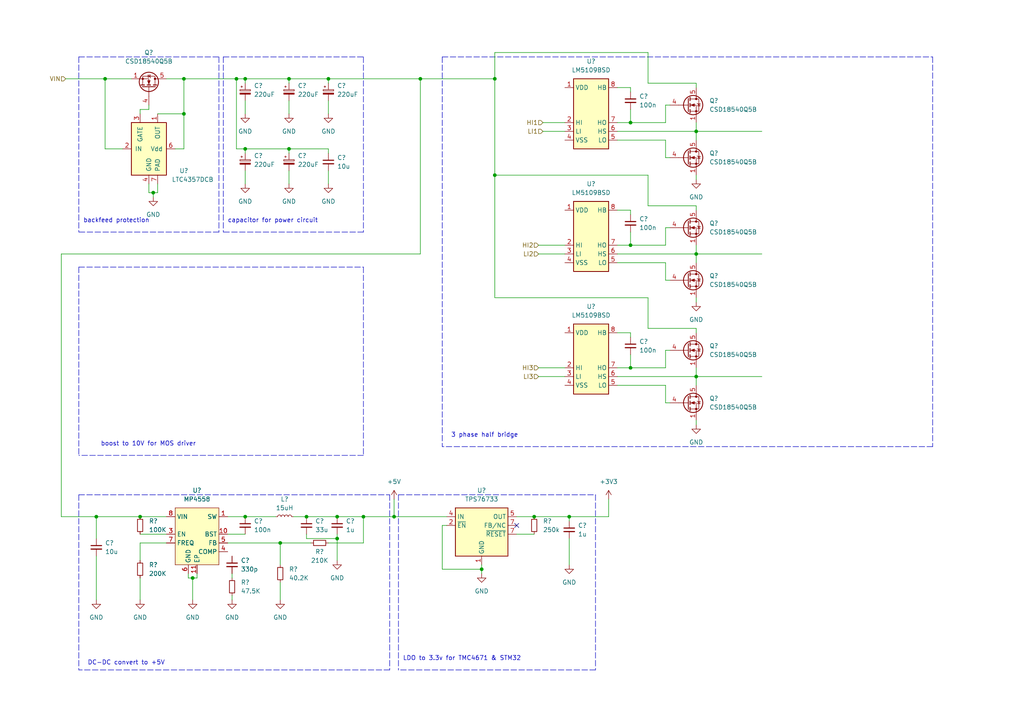
<source format=kicad_sch>
(kicad_sch (version 20211123) (generator eeschema)
  (paper "A4")
  (lib_symbols
    (symbol "Device:C_Polarized_Small" (pin_numbers hide) (pin_names (offset 0.254) hide)
      (property "Reference" "C" (at 0.254 1.778 0))
      (property "Value" "C_Polarized_Small" (at 0.254 -2.032 0))
      (symbol "C_Polarized_Small_0_1"
        (rectangle (start -1.524 -0.3048) (end 1.524 -0.6858) (fill (type outline)))
        (rectangle (start -1.524 0.6858) (end 1.524 0.3048))
        (polyline (pts (xy -1.27 1.524) (xy -0.762 1.524)))
        (polyline (pts (xy -1.016 1.27) (xy -1.016 1.778)))
      )
      (symbol "C_Polarized_Small_1_1"
        (pin passive line (at 0 2.54 270) (length 1.8542) (name "~") (number "1"))
        (pin passive line (at 0 -2.54 90) (length 1.8542) (name "~") (number "2"))
      )
    )
    (symbol "Device:C_Small" (pin_numbers hide) (pin_names (offset 0.254) hide)
      (property "Reference" "C" (at 0.254 1.778 0))
      (property "Value" "C_Small" (at 0.254 -2.032 0))
      (symbol "C_Small_0_1"
        (polyline (pts (xy -1.524 -0.508) (xy 1.524 -0.508)) (stroke (width 0.3302)))
        (polyline (pts (xy -1.524 0.508) (xy 1.524 0.508)) (stroke (width 0.3048)))
      )
      (symbol "C_Small_1_1"
        (pin passive line (at 0 2.54 270) (length 2.032) (name "~") (number "1"))
        (pin passive line (at 0 -2.54 90) (length 2.032) (name "~") (number "2"))
      )
    )
    (symbol "Device:L_Small" (pin_numbers hide) (pin_names (offset 0.254) hide)
      (property "Reference" "L" (at 0.762 1.016 0))
      (property "Value" "L_Small" (at 0.762 -1.016 0))
      (symbol "L_Small_0_1"
        (arc (start 0 -2.032) (mid 0.508 -1.524) (end 0 -1.016))
        (arc (start 0 -1.016) (mid 0.508 -0.508) (end 0 0))
        (arc (start 0 0) (mid 0.508 0.508) (end 0 1.016))
        (arc (start 0 1.016) (mid 0.508 1.524) (end 0 2.032))
      )
      (symbol "L_Small_1_1"
        (pin passive line (at 0 2.54 270) (length 0.508) (name "~") (number "1"))
        (pin passive line (at 0 -2.54 90) (length 0.508) (name "~") (number "2"))
      )
    )
    (symbol "Device:R_Small" (pin_numbers hide) (pin_names (offset 0.254) hide)
      (property "Reference" "R" (at 0.762 0.508 0))
      (property "Value" "R_Small" (at 0.762 -1.016 0))
      (symbol "R_Small_0_1"
        (rectangle (start -0.762 1.778) (end 0.762 -1.778) (stroke (width 0.2032)))
      )
      (symbol "R_Small_1_1"
        (pin passive line (at 0 2.54 270) (length 0.762) (name "~") (number "1"))
        (pin passive line (at 0 -2.54 90) (length 0.762) (name "~") (number "2"))
      )
    )
    (symbol "Driver_FET:LM5109BSD"
      (property "Reference" "U" (at 0 13.97 0))
      (property "Value" "LM5109BSD" (at 0 11.43 0))
      (symbol "LM5109BSD_0_1"
        (rectangle (start -5.08 -10.16) (end 5.08 10.16) (stroke (width 0.254)) (fill (type background)))
      )
      (symbol "LM5109BSD_1_1"
        (pin power_in line (at -7.62 7.62 0) (length 2.54) (name "VDD") (number "1"))
        (pin input line (at -7.62 -2.54 0) (length 2.54) (name "HI") (number "2"))
        (pin input line (at -7.62 -5.08 0) (length 2.54) (name "LI") (number "3"))
        (pin power_in line (at -7.62 -7.62 0) (length 2.54) (name "VSS") (number "4"))
        (pin output line (at 7.62 -7.62 180) (length 2.54) (name "LO") (number "5"))
        (pin passive line (at 7.62 -5.08 180) (length 2.54) (name "HS") (number "6"))
        (pin output line (at 7.62 -2.54 180) (length 2.54) (name "HO") (number "7"))
        (pin passive line (at 7.62 7.62 180) (length 2.54) (name "HB") (number "8"))
        (pin passive line (at -7.62 -7.62 0) (length 2.54) hide (name "VSS") (number "9"))
      )
    )
    (symbol "Power_Management:LTC4357DCB" (pin_names (offset 1.016))
      (property "Reference" "U" (at 6.35 6.35 0))
      (property "Value" "LTC4357DCB" (at 6.35 -6.35 0))
      (symbol "LTC4357DCB_0_1"
        (rectangle (start -5.08 7.62) (end 5.08 -7.62) (stroke (width 0.254)) (fill (type background)))
      )
      (symbol "LTC4357DCB_1_1"
        (pin input line (at 2.54 10.16 270) (length 2.54) (name "OUT") (number "1"))
        (pin input line (at -7.62 0 0) (length 2.54) (name "IN") (number "2"))
        (pin output line (at -2.54 10.16 270) (length 2.54) (name "GATE") (number "3"))
        (pin power_in line (at 0 -10.16 90) (length 2.54) (name "GND") (number "4"))
        (pin no_connect line (at -7.62 -2.54 0) (length 2.54) hide (name "NC") (number "5"))
        (pin power_in line (at 7.62 0 180) (length 2.54) (name "Vdd") (number "6"))
        (pin power_in line (at 2.54 -10.16 90) (length 2.54) (name "PAD") (number "7"))
      )
    )
    (symbol "Regulator_Linear:TPS76733"
      (property "Reference" "U" (at 0 0 0))
      (property "Value" "TPS76733" (at 0 0 0))
      (symbol "TPS76733_0_1"
        (rectangle (start -7.62 7.62) (end 7.62 -6.35) (stroke (width 0.254)) (fill (type background)))
      )
      (symbol "TPS76733_1_1"
        (pin power_in line (at 0 -8.89 90) (length 2.54) (name "GND") (number "1"))
        (pin input line (at -10.16 2.54 0) (length 2.54) (name "~{EN}") (number "2"))
        (pin power_in line (at -10.16 5.08 0) (length 2.54) hide (name "IN") (number "3"))
        (pin power_in line (at -10.16 5.08 0) (length 2.54) (name "IN") (number "4"))
        (pin power_out line (at 10.16 5.08 180) (length 2.54) (name "OUT") (number "5"))
        (pin power_out line (at 10.16 5.08 180) (length 2.54) hide (name "OUT") (number "6"))
        (pin input line (at 10.16 2.54 180) (length 2.54) (name "FB/NC") (number "7"))
        (pin input line (at 10.16 0 180) (length 2.54) (name "~{RESET}") (number "7"))
      )
    )
    (symbol "Regulator_Switching:MP4558"
      (property "Reference" "U" (at 0 0 0))
      (property "Value" "MP4558" (at 0 0 0))
      (symbol "MP4558_0_1"
        (rectangle (start -6.35 5.08) (end 6.35 -11.43) (fill (type background)))
      )
      (symbol "MP4558_1_1"
        (pin power_out line (at 8.89 2.54 180) (length 2.54) (name "SW") (number "1"))
        (pin input line (at 8.89 -2.54 180) (length 2.54) (name "BST") (number "10"))
        (pin input line (at 0 -13.97 90) (length 2.54) (name "EP") (number "11"))
        (pin power_out line (at 8.89 2.54 180) (length 2.54) hide (name "SW") (number "2"))
        (pin input line (at -8.89 -2.54 0) (length 2.54) (name "EN") (number "3"))
        (pin input line (at 8.89 -7.62 180) (length 2.54) (name "COMP") (number "4"))
        (pin input line (at 8.89 -5.08 180) (length 2.54) (name "FB") (number "5"))
        (pin input line (at -2.54 -13.97 90) (length 2.54) (name "GND") (number "6"))
        (pin input line (at -8.89 -5.08 0) (length 2.54) (name "FREQ") (number "7"))
        (pin power_in line (at -8.89 2.54 0) (length 2.54) (name "VIN") (number "8"))
        (pin power_in line (at -8.89 2.54 0) (length 2.54) hide (name "VIN") (number "9"))
      )
    )
    (symbol "Transistor_FET:CSD18540Q5B" (pin_names hide)
      (property "Reference" "Q" (at 5.08 1.905 0))
      (property "Value" "CSD18540Q5B" (at 5.08 0 0))
      (symbol "CSD18540Q5B_0_1"
        (polyline (pts (xy 0.254 0) (xy -2.54 0)))
        (polyline (pts (xy 0.254 1.905) (xy 0.254 -1.905)) (stroke (width 0.254)))
        (polyline (pts (xy 0.762 -1.27) (xy 0.762 -2.286)) (stroke (width 0.254)))
        (polyline (pts (xy 0.762 0.508) (xy 0.762 -0.508)) (stroke (width 0.254)))
        (polyline (pts (xy 0.762 2.286) (xy 0.762 1.27)) (stroke (width 0.254)))
        (polyline (pts (xy 2.54 2.54) (xy 2.54 1.778)))
        (polyline (pts (xy 2.54 -2.54) (xy 2.54 0) (xy 0.762 0)))
        (polyline (pts (xy 0.762 -1.778) (xy 3.302 -1.778) (xy 3.302 1.778) (xy 0.762 1.778)))
        (polyline (pts (xy 1.016 0) (xy 2.032 0.381) (xy 2.032 -0.381) (xy 1.016 0)) (fill (type outline)))
        (polyline (pts (xy 2.794 0.508) (xy 2.921 0.381) (xy 3.683 0.381) (xy 3.81 0.254)))
        (polyline (pts (xy 3.302 0.381) (xy 2.921 -0.254) (xy 3.683 -0.254) (xy 3.302 0.381)))
        (circle (center 1.651 0) (radius 2.794) (stroke (width 0.254)))
        (circle (center 2.54 -1.778) (radius 0.254) (fill (type outline)))
        (circle (center 2.54 1.778) (radius 0.254) (fill (type outline)))
      )
      (symbol "CSD18540Q5B_1_1"
        (pin passive line (at 2.54 -5.08 90) (length 2.54) (name "S") (number "1"))
        (pin passive line (at 2.54 -5.08 90) (length 2.54) hide (name "S") (number "2"))
        (pin passive line (at 2.54 -5.08 90) (length 2.54) hide (name "S") (number "3"))
        (pin passive line (at -5.08 0 0) (length 2.54) (name "G") (number "4"))
        (pin passive line (at 2.54 5.08 270) (length 2.54) (name "D") (number "5"))
      )
    )
    (symbol "power:+3V3" (power) (pin_names (offset 0))
      (property "Value" "+3V3" (at 0 3.556 0))
      (symbol "+3V3_0_1"
        (polyline (pts (xy -0.762 1.27) (xy 0 2.54)))
        (polyline (pts (xy 0 0) (xy 0 2.54)))
        (polyline (pts (xy 0 2.54) (xy 0.762 1.27)))
      )
      (symbol "+3V3_1_1"
        (pin power_in line (at 0 0 90) (length 0) hide (name "+3V3") (number "1"))
      )
    )
    (symbol "power:+5V" (power) (pin_names (offset 0))
      (property "Value" "+5V" (at 0 3.556 0))
      (symbol "+5V_0_1"
        (polyline (pts (xy -0.762 1.27) (xy 0 2.54)))
        (polyline (pts (xy 0 0) (xy 0 2.54)))
        (polyline (pts (xy 0 2.54) (xy 0.762 1.27)))
      )
      (symbol "+5V_1_1"
        (pin power_in line (at 0 0 90) (length 0) hide (name "+5V") (number "1"))
      )
    )
    (symbol "power:GND" (power) (pin_names (offset 0))
      (property "Value" "GND" (at 0 -3.81 0))
      (symbol "GND_0_1"
        (polyline (pts (xy 0 0) (xy 0 -1.27) (xy 1.27 -1.27) (xy 0 -2.54) (xy -1.27 -1.27) (xy 0 -1.27)))
      )
      (symbol "GND_1_1"
        (pin power_in line (at 0 0 270) (length 0) hide (name "GND") (number "1"))
      )
    )
  )
  (junction (at 139.7 165.1))
  (junction (at 165.1 149.86))
  (junction (at 121.92 22.86))
  (junction (at 97.79 156.21))
  (junction (at 83.82 22.86))
  (junction (at 27.94 149.86))
  (junction (at 97.79 149.86))
  (junction (at 71.12 149.86))
  (junction (at 53.34 33.02))
  (junction (at 83.82 43.18))
  (junction (at 201.93 109.22))
  (junction (at 143.51 50.8))
  (junction (at 68.58 22.86))
  (junction (at 182.88 71.12))
  (junction (at 88.9 149.86))
  (junction (at 81.28 157.48))
  (junction (at 30.48 22.86))
  (junction (at 95.25 22.86))
  (junction (at 154.94 149.86))
  (junction (at 53.34 22.86))
  (junction (at 40.64 149.86))
  (junction (at 182.88 106.68))
  (junction (at 201.93 38.1))
  (junction (at 114.3 149.86))
  (junction (at 71.12 43.18))
  (junction (at 182.88 35.56))
  (junction (at 143.51 22.86))
  (junction (at 55.88 167.64))
  (junction (at 44.45 55.88))
  (junction (at 105.41 149.86))
  (junction (at 201.93 73.66))
  (junction (at 71.12 22.86))
  (no_connect (at 149.86 152.4))
  (wire (pts (xy 121.92 22.86) (xy 143.51 22.86)))
  (wire (pts (xy 105.41 149.86) (xy 114.3 149.86)))
  (wire (pts (xy 97.79 149.86) (xy 105.41 149.86)))
  (polyline (pts (xy 105.41 132.08) (xy 22.86 132.08)))
  (wire (pts (xy 193.04 45.72) (xy 193.04 40.64)))
  (polyline (pts (xy 172.72 143.51) (xy 172.72 194.31)))
  (wire (pts (xy 201.93 109.22) (xy 220.98 109.22)))
  (wire (pts (xy 201.93 86.36) (xy 201.93 87.63)))
  (polyline (pts (xy 113.03 194.31) (xy 22.86 194.31)))
  (wire (pts (xy 105.41 157.48) (xy 95.25 157.48)))
  (polyline (pts (xy 105.41 16.51) (xy 105.41 67.31)))
  (wire (pts (xy 201.93 38.1) (xy 220.98 38.1)))
  (polyline (pts (xy 113.03 143.51) (xy 113.03 194.31)))
  (wire (pts (xy 43.18 30.48) (xy 43.18 31.75)))
  (wire (pts (xy 53.34 43.18) (xy 53.34 33.02)))
  (wire (pts (xy 193.04 101.6) (xy 194.31 101.6)))
  (wire (pts (xy 85.09 149.86) (xy 88.9 149.86)))
  (wire (pts (xy 201.93 35.56) (xy 201.93 38.1)))
  (wire (pts (xy 165.1 156.21) (xy 165.1 163.83)))
  (wire (pts (xy 88.9 154.94) (xy 88.9 156.21)))
  (wire (pts (xy 71.12 43.18) (xy 83.82 43.18)))
  (wire (pts (xy 88.9 149.86) (xy 97.79 149.86)))
  (wire (pts (xy 201.93 71.12) (xy 201.93 73.66)))
  (wire (pts (xy 129.54 152.4) (xy 128.27 152.4)))
  (wire (pts (xy 45.72 55.88) (xy 45.72 53.34)))
  (wire (pts (xy 17.78 73.66) (xy 17.78 149.86)))
  (wire (pts (xy 71.12 149.86) (xy 80.01 149.86)))
  (wire (pts (xy 19.05 22.86) (xy 30.48 22.86)))
  (wire (pts (xy 44.45 55.88) (xy 43.18 55.88)))
  (wire (pts (xy 83.82 22.86) (xy 83.82 24.13)))
  (wire (pts (xy 179.07 111.76) (xy 193.04 111.76)))
  (wire (pts (xy 67.31 172.72) (xy 67.31 173.99)))
  (wire (pts (xy 128.27 152.4) (xy 128.27 165.1)))
  (wire (pts (xy 201.93 50.8) (xy 201.93 52.07)))
  (wire (pts (xy 193.04 81.28) (xy 193.04 76.2)))
  (polyline (pts (xy 64.77 16.51) (xy 64.77 67.31)))
  (wire (pts (xy 66.04 157.48) (xy 81.28 157.48)))
  (polyline (pts (xy 22.86 143.51) (xy 22.86 194.31)))
  (wire (pts (xy 40.64 157.48) (xy 48.26 157.48)))
  (wire (pts (xy 97.79 156.21) (xy 97.79 162.56)))
  (wire (pts (xy 68.58 22.86) (xy 71.12 22.86)))
  (wire (pts (xy 182.88 71.12) (xy 182.88 67.31)))
  (wire (pts (xy 179.07 109.22) (xy 201.93 109.22)))
  (wire (pts (xy 193.04 116.84) (xy 194.31 116.84)))
  (wire (pts (xy 193.04 30.48) (xy 194.31 30.48)))
  (wire (pts (xy 193.04 116.84) (xy 193.04 111.76)))
  (wire (pts (xy 179.07 38.1) (xy 201.93 38.1)))
  (wire (pts (xy 201.93 96.52) (xy 201.93 95.25)))
  (wire (pts (xy 201.93 24.13) (xy 187.96 24.13)))
  (wire (pts (xy 71.12 43.18) (xy 71.12 44.45)))
  (wire (pts (xy 179.07 60.96) (xy 182.88 60.96)))
  (wire (pts (xy 81.28 157.48) (xy 90.17 157.48)))
  (wire (pts (xy 201.93 121.92) (xy 201.93 123.19)))
  (wire (pts (xy 201.93 109.22) (xy 201.93 111.76)))
  (wire (pts (xy 83.82 49.53) (xy 83.82 53.34)))
  (wire (pts (xy 193.04 106.68) (xy 182.88 106.68)))
  (wire (pts (xy 156.21 109.22) (xy 163.83 109.22)))
  (wire (pts (xy 121.92 22.86) (xy 121.92 73.66)))
  (wire (pts (xy 182.88 60.96) (xy 182.88 62.23)))
  (polyline (pts (xy 270.51 129.54) (xy 128.27 129.54)))
  (wire (pts (xy 193.04 101.6) (xy 193.04 106.68)))
  (wire (pts (xy 193.04 45.72) (xy 194.31 45.72)))
  (polyline (pts (xy 22.86 16.51) (xy 63.5 16.51)))
  (polyline (pts (xy 105.41 77.47) (xy 105.41 132.08)))
  (wire (pts (xy 201.93 106.68) (xy 201.93 109.22)))
  (wire (pts (xy 95.25 22.86) (xy 95.25 24.13)))
  (polyline (pts (xy 22.86 16.51) (xy 22.86 67.31)))
  (wire (pts (xy 182.88 96.52) (xy 182.88 97.79)))
  (wire (pts (xy 143.51 50.8) (xy 187.96 50.8)))
  (wire (pts (xy 81.28 157.48) (xy 81.28 163.83)))
  (wire (pts (xy 35.56 43.18) (xy 30.48 43.18)))
  (wire (pts (xy 44.45 57.15) (xy 44.45 55.88)))
  (wire (pts (xy 193.04 66.04) (xy 193.04 71.12)))
  (wire (pts (xy 71.12 22.86) (xy 83.82 22.86)))
  (wire (pts (xy 187.96 59.69) (xy 187.96 50.8)))
  (wire (pts (xy 40.64 149.86) (xy 48.26 149.86)))
  (wire (pts (xy 157.48 38.1) (xy 163.83 38.1)))
  (wire (pts (xy 88.9 156.21) (xy 97.79 156.21)))
  (polyline (pts (xy 63.5 16.51) (xy 63.5 67.31)))
  (wire (pts (xy 176.53 149.86) (xy 165.1 149.86)))
  (wire (pts (xy 71.12 49.53) (xy 71.12 53.34)))
  (wire (pts (xy 83.82 43.18) (xy 95.25 43.18)))
  (wire (pts (xy 44.45 55.88) (xy 45.72 55.88)))
  (wire (pts (xy 95.25 49.53) (xy 95.25 53.34)))
  (wire (pts (xy 156.21 73.66) (xy 163.83 73.66)))
  (polyline (pts (xy 270.51 16.51) (xy 270.51 129.54)))
  (wire (pts (xy 156.21 106.68) (xy 163.83 106.68)))
  (wire (pts (xy 176.53 144.78) (xy 176.53 149.86)))
  (wire (pts (xy 40.64 33.02) (xy 40.64 31.75)))
  (wire (pts (xy 149.86 154.94) (xy 154.94 154.94)))
  (wire (pts (xy 54.61 167.64) (xy 54.61 166.37)))
  (wire (pts (xy 182.88 25.4) (xy 182.88 26.67)))
  (wire (pts (xy 50.8 43.18) (xy 53.34 43.18)))
  (wire (pts (xy 193.04 30.48) (xy 193.04 35.56)))
  (polyline (pts (xy 115.57 143.51) (xy 172.72 143.51)))
  (polyline (pts (xy 22.86 143.51) (xy 113.03 143.51)))
  (wire (pts (xy 201.93 73.66) (xy 220.98 73.66)))
  (wire (pts (xy 105.41 149.86) (xy 105.41 157.48)))
  (polyline (pts (xy 22.86 77.47) (xy 22.86 132.08)))
  (wire (pts (xy 193.04 81.28) (xy 194.31 81.28)))
  (wire (pts (xy 114.3 149.86) (xy 129.54 149.86)))
  (wire (pts (xy 48.26 22.86) (xy 53.34 22.86)))
  (wire (pts (xy 30.48 43.18) (xy 30.48 22.86)))
  (wire (pts (xy 83.82 22.86) (xy 95.25 22.86)))
  (polyline (pts (xy 22.86 77.47) (xy 105.41 77.47)))
  (wire (pts (xy 143.51 86.36) (xy 187.96 86.36)))
  (wire (pts (xy 139.7 163.83) (xy 139.7 165.1)))
  (wire (pts (xy 179.07 106.68) (xy 182.88 106.68)))
  (wire (pts (xy 121.92 73.66) (xy 17.78 73.66)))
  (wire (pts (xy 57.15 167.64) (xy 57.15 166.37)))
  (wire (pts (xy 40.64 162.56) (xy 40.64 157.48)))
  (wire (pts (xy 179.07 73.66) (xy 201.93 73.66)))
  (wire (pts (xy 179.07 40.64) (xy 193.04 40.64)))
  (polyline (pts (xy 128.27 16.51) (xy 270.51 16.51)))
  (wire (pts (xy 53.34 22.86) (xy 68.58 22.86)))
  (wire (pts (xy 97.79 154.94) (xy 97.79 156.21)))
  (wire (pts (xy 66.04 154.94) (xy 71.12 154.94)))
  (wire (pts (xy 40.64 149.86) (xy 27.94 149.86)))
  (wire (pts (xy 55.88 167.64) (xy 55.88 173.99)))
  (wire (pts (xy 95.25 43.18) (xy 95.25 44.45)))
  (polyline (pts (xy 115.57 143.51) (xy 115.57 194.31)))
  (polyline (pts (xy 172.72 194.31) (xy 115.57 194.31)))
  (wire (pts (xy 143.51 22.86) (xy 143.51 15.24)))
  (wire (pts (xy 55.88 167.64) (xy 57.15 167.64)))
  (wire (pts (xy 182.88 106.68) (xy 182.88 102.87)))
  (wire (pts (xy 95.25 29.21) (xy 95.25 33.02)))
  (wire (pts (xy 179.07 96.52) (xy 182.88 96.52)))
  (wire (pts (xy 143.51 50.8) (xy 143.51 22.86)))
  (wire (pts (xy 71.12 22.86) (xy 71.12 24.13)))
  (wire (pts (xy 157.48 35.56) (xy 163.83 35.56)))
  (wire (pts (xy 40.64 31.75) (xy 43.18 31.75)))
  (wire (pts (xy 156.21 71.12) (xy 163.83 71.12)))
  (wire (pts (xy 179.07 25.4) (xy 182.88 25.4)))
  (wire (pts (xy 27.94 161.29) (xy 27.94 173.99)))
  (wire (pts (xy 40.64 167.64) (xy 40.64 173.99)))
  (wire (pts (xy 201.93 95.25) (xy 187.96 95.25)))
  (wire (pts (xy 179.07 35.56) (xy 182.88 35.56)))
  (wire (pts (xy 143.51 15.24) (xy 187.96 15.24)))
  (wire (pts (xy 43.18 55.88) (xy 43.18 53.34)))
  (wire (pts (xy 201.93 73.66) (xy 201.93 76.2)))
  (wire (pts (xy 53.34 33.02) (xy 53.34 22.86)))
  (polyline (pts (xy 63.5 67.31) (xy 22.86 67.31)))
  (wire (pts (xy 95.25 22.86) (xy 121.92 22.86)))
  (wire (pts (xy 17.78 149.86) (xy 27.94 149.86)))
  (wire (pts (xy 83.82 29.21) (xy 83.82 33.02)))
  (wire (pts (xy 165.1 149.86) (xy 165.1 151.13)))
  (wire (pts (xy 154.94 149.86) (xy 165.1 149.86)))
  (wire (pts (xy 201.93 59.69) (xy 187.96 59.69)))
  (wire (pts (xy 201.93 38.1) (xy 201.93 40.64)))
  (wire (pts (xy 27.94 149.86) (xy 27.94 156.21)))
  (wire (pts (xy 40.64 154.94) (xy 48.26 154.94)))
  (wire (pts (xy 143.51 86.36) (xy 143.51 50.8)))
  (wire (pts (xy 68.58 43.18) (xy 68.58 22.86)))
  (wire (pts (xy 45.72 33.02) (xy 53.34 33.02)))
  (wire (pts (xy 83.82 43.18) (xy 83.82 44.45)))
  (wire (pts (xy 67.31 166.37) (xy 67.31 167.64)))
  (wire (pts (xy 182.88 35.56) (xy 182.88 31.75)))
  (wire (pts (xy 68.58 43.18) (xy 71.12 43.18)))
  (wire (pts (xy 114.3 144.78) (xy 114.3 149.86)))
  (wire (pts (xy 71.12 29.21) (xy 71.12 33.02)))
  (wire (pts (xy 66.04 149.86) (xy 71.12 149.86)))
  (wire (pts (xy 187.96 95.25) (xy 187.96 86.36)))
  (polyline (pts (xy 105.41 67.31) (xy 64.77 67.31)))
  (polyline (pts (xy 128.27 16.51) (xy 128.27 129.54)))
  (wire (pts (xy 201.93 25.4) (xy 201.93 24.13)))
  (wire (pts (xy 193.04 35.56) (xy 182.88 35.56)))
  (wire (pts (xy 55.88 167.64) (xy 54.61 167.64)))
  (wire (pts (xy 201.93 60.96) (xy 201.93 59.69)))
  (wire (pts (xy 139.7 165.1) (xy 139.7 166.37)))
  (wire (pts (xy 149.86 149.86) (xy 154.94 149.86)))
  (wire (pts (xy 128.27 165.1) (xy 139.7 165.1)))
  (wire (pts (xy 30.48 22.86) (xy 38.1 22.86)))
  (wire (pts (xy 187.96 24.13) (xy 187.96 15.24)))
  (wire (pts (xy 179.07 76.2) (xy 193.04 76.2)))
  (wire (pts (xy 193.04 71.12) (xy 182.88 71.12)))
  (wire (pts (xy 193.04 66.04) (xy 194.31 66.04)))
  (wire (pts (xy 179.07 71.12) (xy 182.88 71.12)))
  (polyline (pts (xy 64.77 16.51) (xy 105.41 16.51)))
  (wire (pts (xy 81.28 168.91) (xy 81.28 173.99)))
  (text "capacitor for power circuit" (at 66.04 64.77 0) (effects (font (size 1.27 1.27)) (justify left bottom)))
  (text "3 phase half bridge" (at 130.81 127 0) (effects (font (size 1.27 1.27)) (justify left bottom)))
  (text "LDO to 3.3v for TMC4671 & STM32\n" (at 116.84 191.77 0) (effects (font (size 1.27 1.27)) (justify left bottom)))
  (text "DC-DC convert to +5V" (at 25.4 193.04 0) (effects (font (size 1.27 1.27)) (justify left bottom)))
  (text "boost to 10V for MOS driver" (at 29.21 129.54 0) (effects (font (size 1.27 1.27)) (justify left bottom)))
  (text "backfeed protection" (at 24.13 64.77 0) (effects (font (size 1.27 1.27)) (justify left bottom)))
  (hierarchical_label "LI2" (shape input) (at 156.21 73.66 180))
  (hierarchical_label "HI2" (shape input) (at 156.21 71.12 180))
  (hierarchical_label "LI1" (shape input) (at 157.48 38.1 180))
  (hierarchical_label "LI3" (shape input) (at 156.21 109.22 180))
  (hierarchical_label "HI1" (shape input) (at 157.48 35.56 180))
  (hierarchical_label "HI3" (shape input) (at 156.21 106.68 180))
  (hierarchical_label "VIN" (shape input) (at 19.05 22.86 180))
  (symbol (lib_id "Device:R_Small") (at 81.28 166.37 0) (unit 1)
    (property "Reference" "R?" (at 83.82 165.0999 0) (effects (justify left)))
    (property "Value" "40.2K" (at 83.82 167.6399 0) (effects (justify left)))
  )
  (symbol (lib_id "power:GND") (at 81.28 173.99 0) (unit 1)
    (property "Reference" "#PWR?" (effects hide))
    (property "Value" "GND" (at 81.28 179.07 0))
  )
  (symbol (lib_id "Transistor_FET:CSD18540Q5B") (at 199.39 30.48 0) (unit 1)
    (property "Reference" "Q?" (at 205.74 29.2099 0) (effects (justify left)))
    (property "Value" "CSD18540Q5B" (at 205.74 31.7499 0) (effects (justify left)))
    (property "Footprint" "Package_TO_SOT_SMD:TDSON-8-1" (effects hide))
    (property "Datasheet" "http://www.ti.com/lit/gpn/csd18540q5b" (effects hide))
  )
  (symbol (lib_id "Device:R_Small") (at 40.64 165.1 0) (unit 1)
    (property "Reference" "R?" (at 43.18 163.8299 0) (effects (justify left)))
    (property "Value" "200K" (at 43.18 166.3699 0) (effects (justify left)))
  )
  (symbol (lib_id "power:GND") (at 27.94 173.99 0) (unit 1)
    (property "Reference" "#PWR?" (effects hide))
    (property "Value" "GND" (at 27.94 179.07 0))
  )
  (symbol (lib_id "power:+3V3") (at 176.53 144.78 0) (unit 1)
    (property "Reference" "#PWR?" (effects hide))
    (property "Value" "+3V3" (at 176.53 139.7 0))
  )
  (symbol (lib_id "Device:C_Small") (at 182.88 64.77 0) (unit 1)
    (property "Reference" "C?" (at 185.42 63.5062 0) (effects (justify left)))
    (property "Value" "100n" (at 185.42 66.0462 0) (effects (justify left)))
  )
  (symbol (lib_id "power:GND") (at 67.31 173.99 0) (unit 1)
    (property "Reference" "#PWR?" (effects hide))
    (property "Value" "GND" (at 67.31 179.07 0))
  )
  (symbol (lib_id "Device:C_Polarized_Small") (at 83.82 46.99 0) (unit 1)
    (property "Reference" "C?" (at 86.36 45.1738 0) (effects (justify left)))
    (property "Value" "220uF" (at 86.36 47.7138 0) (effects (justify left)))
  )
  (symbol (lib_id "Device:C_Polarized_Small") (at 71.12 26.67 0) (unit 1)
    (property "Reference" "C?" (at 73.66 24.8538 0) (effects (justify left)))
    (property "Value" "220uF" (at 73.66 27.3938 0) (effects (justify left)))
  )
  (symbol (lib_id "power:GND") (at 97.79 162.56 0) (unit 1)
    (property "Reference" "#PWR?" (effects hide))
    (property "Value" "GND" (at 97.79 167.64 0))
  )
  (symbol (lib_id "power:GND") (at 44.45 57.15 0) (unit 1)
    (property "Reference" "#PWR?" (effects hide))
    (property "Value" "GND" (at 44.45 62.23 0))
  )
  (symbol (lib_id "power:GND") (at 55.88 173.99 0) (unit 1)
    (property "Reference" "#PWR?" (effects hide))
    (property "Value" "GND" (at 55.88 179.07 0))
  )
  (symbol (lib_id "power:GND") (at 95.25 33.02 0) (unit 1)
    (property "Reference" "#PWR?" (effects hide))
    (property "Value" "GND" (at 95.25 38.1 0))
  )
  (symbol (lib_id "Device:C_Polarized_Small") (at 95.25 26.67 0) (unit 1)
    (property "Reference" "C?" (at 97.79 24.8538 0) (effects (justify left)))
    (property "Value" "220uF" (at 97.79 27.3938 0) (effects (justify left)))
  )
  (symbol (lib_id "Device:C_Small") (at 67.31 163.83 0) (unit 1)
    (property "Reference" "C?" (at 69.85 162.5662 0) (effects (justify left)))
    (property "Value" "330p" (at 69.85 165.1062 0) (effects (justify left)))
  )
  (symbol (lib_id "Device:C_Polarized_Small") (at 83.82 26.67 0) (unit 1)
    (property "Reference" "C?" (at 86.36 24.8538 0) (effects (justify left)))
    (property "Value" "220uF" (at 86.36 27.3938 0) (effects (justify left)))
  )
  (symbol (lib_id "Device:C_Small") (at 71.12 152.4 0) (unit 1)
    (property "Reference" "C?" (at 73.66 151.1362 0) (effects (justify left)))
    (property "Value" "100n" (at 73.66 153.6762 0) (effects (justify left)))
  )
  (symbol (lib_id "power:+5V") (at 114.3 144.78 0) (unit 1)
    (property "Reference" "#PWR?" (effects hide))
    (property "Value" "+5V" (at 114.3 139.7 0))
  )
  (symbol (lib_id "Device:C_Small") (at 182.88 100.33 0) (unit 1)
    (property "Reference" "C?" (at 185.42 99.0662 0) (effects (justify left)))
    (property "Value" "100n" (at 185.42 101.6062 0) (effects (justify left)))
  )
  (symbol (lib_id "Device:C_Polarized_Small") (at 71.12 46.99 0) (unit 1)
    (property "Reference" "C?" (at 73.66 45.1738 0) (effects (justify left)))
    (property "Value" "220uF" (at 73.66 47.7138 0) (effects (justify left)))
  )
  (symbol (lib_id "Device:C_Small") (at 97.79 152.4 0) (unit 1)
    (property "Reference" "C?" (at 100.33 151.1362 0) (effects (justify left)))
    (property "Value" "1u" (at 100.33 153.6762 0) (effects (justify left)))
  )
  (symbol (lib_id "Transistor_FET:CSD18540Q5B") (at 199.39 116.84 0) (unit 1)
    (property "Reference" "Q?" (at 205.74 115.5699 0) (effects (justify left)))
    (property "Value" "CSD18540Q5B" (at 205.74 118.1099 0) (effects (justify left)))
    (property "Footprint" "Package_TO_SOT_SMD:TDSON-8-1" (effects hide))
    (property "Datasheet" "http://www.ti.com/lit/gpn/csd18540q5b" (effects hide))
  )
  (symbol (lib_id "Device:R_Small") (at 92.71 157.48 90) (unit 1)
    (property "Reference" "R?" (at 92.71 160.02 90))
    (property "Value" "210K" (at 92.71 162.56 90))
  )
  (symbol (lib_id "power:GND") (at 40.64 173.99 0) (unit 1)
    (property "Reference" "#PWR?" (effects hide))
    (property "Value" "GND" (at 40.64 179.07 0))
  )
  (symbol (lib_id "Transistor_FET:CSD18540Q5B") (at 199.39 81.28 0) (unit 1)
    (property "Reference" "Q?" (at 205.74 80.0099 0) (effects (justify left)))
    (property "Value" "CSD18540Q5B" (at 205.74 82.5499 0) (effects (justify left)))
    (property "Footprint" "Package_TO_SOT_SMD:TDSON-8-1" (effects hide))
    (property "Datasheet" "http://www.ti.com/lit/gpn/csd18540q5b" (effects hide))
  )
  (symbol (lib_id "Transistor_FET:CSD18540Q5B") (at 43.18 25.4 270) (mirror x) (unit 1)
    (property "Reference" "Q?" (at 43.18 15.24 90))
    (property "Value" "CSD18540Q5B" (at 43.18 17.78 90))
    (property "Footprint" "Package_TO_SOT_SMD:TDSON-8-1" (effects hide))
    (property "Datasheet" "http://www.ti.com/lit/gpn/csd18540q5b" (effects hide))
  )
  (symbol (lib_id "power:GND") (at 139.7 166.37 0) (unit 1)
    (property "Reference" "#PWR?" (effects hide))
    (property "Value" "GND" (at 139.7 171.45 0))
  )
  (symbol (lib_id "power:GND") (at 165.1 163.83 0) (unit 1)
    (property "Reference" "#PWR?" (effects hide))
    (property "Value" "GND" (at 165.1 168.91 0))
  )
  (symbol (lib_id "Device:C_Small") (at 27.94 158.75 0) (unit 1)
    (property "Reference" "C?" (at 30.48 157.4862 0) (effects (justify left)))
    (property "Value" "10u" (at 30.48 160.0262 0) (effects (justify left)))
  )
  (symbol (lib_id "Driver_FET:LM5109BSD") (at 171.45 104.14 0) (unit 1)
    (property "Reference" "U?" (at 171.45 88.9 0))
    (property "Value" "LM5109BSD" (at 171.45 91.44 0))
    (property "Footprint" "Package_SON:WSON-8-1EP_4x4mm_P0.8mm_EP2.6x3mm" (effects hide))
    (property "Datasheet" "http://www.ti.com/lit/ds/symlink/lm5109b.pdf" (effects hide))
  )
  (symbol (lib_id "Device:C_Small") (at 182.88 29.21 0) (unit 1)
    (property "Reference" "C?" (at 185.42 27.9462 0) (effects (justify left)))
    (property "Value" "100n" (at 185.42 30.4862 0) (effects (justify left)))
  )
  (symbol (lib_id "Device:L_Small") (at 82.55 149.86 90) (unit 1)
    (property "Reference" "L?" (at 82.55 144.78 90))
    (property "Value" "15uH" (at 82.55 147.32 90))
  )
  (symbol (lib_id "Driver_FET:LM5109BSD") (at 171.45 68.58 0) (unit 1)
    (property "Reference" "U?" (at 171.45 53.34 0))
    (property "Value" "LM5109BSD" (at 171.45 55.88 0))
    (property "Footprint" "Package_SON:WSON-8-1EP_4x4mm_P0.8mm_EP2.6x3mm" (effects hide))
    (property "Datasheet" "http://www.ti.com/lit/ds/symlink/lm5109b.pdf" (effects hide))
  )
  (symbol (lib_id "power:GND") (at 201.93 52.07 0) (unit 1)
    (property "Reference" "#PWR?" (effects hide))
    (property "Value" "GND" (at 201.93 57.15 0))
  )
  (symbol (lib_id "power:GND") (at 201.93 123.19 0) (unit 1)
    (property "Reference" "#PWR?" (effects hide))
    (property "Value" "GND" (at 201.93 128.27 0))
  )
  (symbol (lib_id "Device:C_Small") (at 88.9 152.4 0) (unit 1)
    (property "Reference" "C?" (at 91.44 151.1362 0) (effects (justify left)))
    (property "Value" "33u" (at 91.44 153.6762 0) (effects (justify left)))
  )
  (symbol (lib_id "Device:R_Small") (at 40.64 152.4 0) (unit 1)
    (property "Reference" "R?" (at 43.18 151.1299 0) (effects (justify left)))
    (property "Value" "100K" (at 43.18 153.6699 0) (effects (justify left)))
  )
  (symbol (lib_id "Device:C_Small") (at 95.25 46.99 0) (unit 1)
    (property "Reference" "C?" (at 97.79 45.7262 0) (effects (justify left)))
    (property "Value" "10u" (at 97.79 48.2662 0) (effects (justify left)))
  )
  (symbol (lib_id "Transistor_FET:CSD18540Q5B") (at 199.39 66.04 0) (unit 1)
    (property "Reference" "Q?" (at 205.74 64.7699 0) (effects (justify left)))
    (property "Value" "CSD18540Q5B" (at 205.74 67.3099 0) (effects (justify left)))
    (property "Footprint" "Package_TO_SOT_SMD:TDSON-8-1" (effects hide))
    (property "Datasheet" "http://www.ti.com/lit/gpn/csd18540q5b" (effects hide))
  )
  (symbol (lib_id "power:GND") (at 71.12 33.02 0) (unit 1)
    (property "Reference" "#PWR?" (effects hide))
    (property "Value" "GND" (at 71.12 38.1 0))
  )
  (symbol (lib_id "Device:R_Small") (at 154.94 152.4 0) (unit 1)
    (property "Reference" "R?" (at 157.48 151.1299 0) (effects (justify left)))
    (property "Value" "250k" (at 157.48 153.6699 0) (effects (justify left)))
  )
  (symbol (lib_id "Power_Management:LTC4357DCB") (at 43.18 43.18 0) (unit 1)
    (property "Reference" "U?" (at 53.34 49.53 0))
    (property "Value" "LTC4357DCB" (at 55.88 52.07 0))
    (property "Datasheet" "https://www.analog.com/media/en/technical-documentation/data-sheets/4357fd.pdf" (effects hide))
  )
  (symbol (lib_id "power:GND") (at 201.93 87.63 0) (unit 1)
    (property "Reference" "#PWR?" (effects hide))
    (property "Value" "GND" (at 201.93 92.71 0))
  )
  (symbol (lib_id "Device:C_Small") (at 165.1 153.67 0) (unit 1)
    (property "Reference" "C?" (at 167.64 152.4062 0) (effects (justify left)))
    (property "Value" "1u" (at 167.64 154.9462 0) (effects (justify left)))
  )
  (symbol (lib_id "power:GND") (at 83.82 33.02 0) (unit 1)
    (property "Reference" "#PWR?" (effects hide))
    (property "Value" "GND" (at 83.82 38.1 0))
  )
  (symbol (lib_id "Regulator_Linear:TPS76733") (at 139.7 154.94 0) (unit 1)
    (property "Reference" "U?" (at 139.7 142.24 0))
    (property "Value" "TPS76733" (at 139.7 144.78 0))
    (property "Footprint" "Package_SO:SOIC-8_3.9x4.9mm_P1.27mm" (effects hide))
  )
  (symbol (lib_id "Driver_FET:LM5109BSD") (at 171.45 33.02 0) (unit 1)
    (property "Reference" "U?" (at 171.45 17.78 0))
    (property "Value" "LM5109BSD" (at 171.45 20.32 0))
    (property "Footprint" "Package_SON:WSON-8-1EP_4x4mm_P0.8mm_EP2.6x3mm" (effects hide))
    (property "Datasheet" "http://www.ti.com/lit/ds/symlink/lm5109b.pdf" (effects hide))
  )
  (symbol (lib_id "power:GND") (at 83.82 53.34 0) (unit 1)
    (property "Reference" "#PWR?" (effects hide))
    (property "Value" "GND" (at 83.82 58.42 0))
  )
  (symbol (lib_id "Device:R_Small") (at 67.31 170.18 0) (unit 1)
    (property "Reference" "R?" (at 69.85 168.9099 0) (effects (justify left)))
    (property "Value" "47.5K" (at 69.85 171.4499 0) (effects (justify left)))
  )
  (symbol (lib_id "Regulator_Switching:MP4558") (at 57.15 152.4 0) (unit 1)
    (property "Reference" "U?" (at 57.15 142.24 0))
    (property "Value" "MP4558" (at 57.15 144.78 0))
    (property "Footprint" "Package_DFN_QFN:DFN-10-1EP_3x3mm_P0.5mm_EP1.7x2.5mm" (effects hide))
  )
  (symbol (lib_id "Transistor_FET:CSD18540Q5B") (at 199.39 101.6 0) (unit 1)
    (property "Reference" "Q?" (at 205.74 100.3299 0) (effects (justify left)))
    (property "Value" "CSD18540Q5B" (at 205.74 102.8699 0) (effects (justify left)))
    (property "Footprint" "Package_TO_SOT_SMD:TDSON-8-1" (effects hide))
    (property "Datasheet" "http://www.ti.com/lit/gpn/csd18540q5b" (effects hide))
  )
  (symbol (lib_id "power:GND") (at 71.12 53.34 0) (unit 1)
    (property "Reference" "#PWR?" (effects hide))
    (property "Value" "GND" (at 71.12 58.42 0))
  )
  (symbol (lib_id "power:GND") (at 95.25 53.34 0) (unit 1)
    (property "Reference" "#PWR?" (effects hide))
    (property "Value" "GND" (at 95.25 58.42 0))
  )
  (symbol (lib_id "Transistor_FET:CSD18540Q5B") (at 199.39 45.72 0) (unit 1)
    (property "Reference" "Q?" (at 205.74 44.4499 0) (effects (justify left)))
    (property "Value" "CSD18540Q5B" (at 205.74 46.9899 0) (effects (justify left)))
    (property "Footprint" "Package_TO_SOT_SMD:TDSON-8-1" (effects hide))
    (property "Datasheet" "http://www.ti.com/lit/gpn/csd18540q5b" (effects hide))
  )
)
</source>
